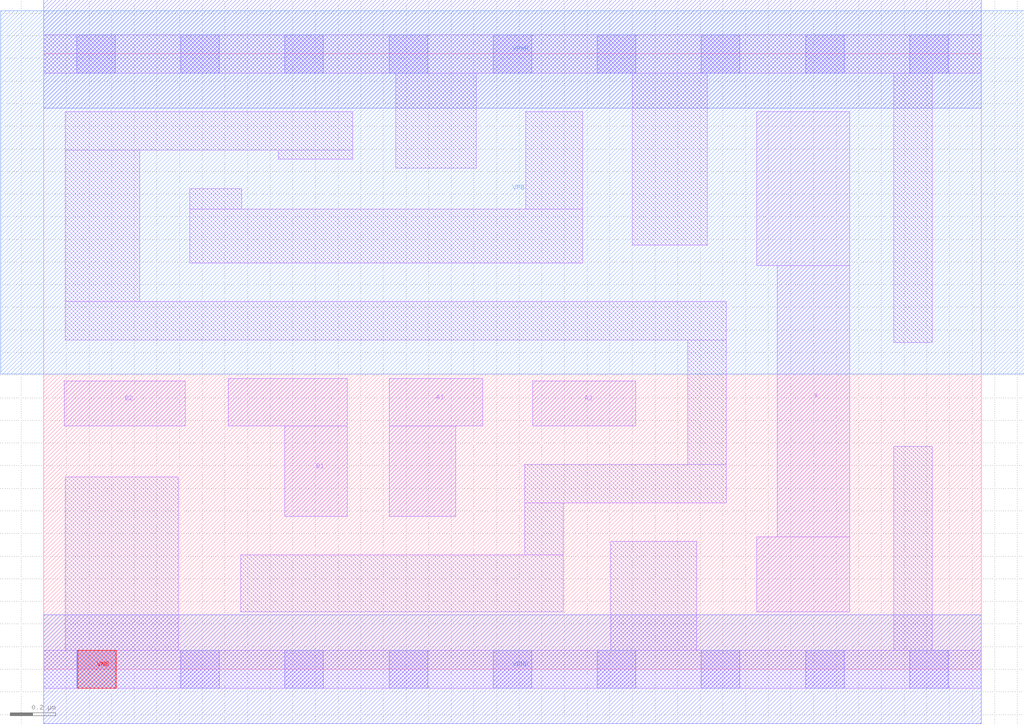
<source format=lef>
# Copyright 2020 The SkyWater PDK Authors
#
# Licensed under the Apache License, Version 2.0 (the "License");
# you may not use this file except in compliance with the License.
# You may obtain a copy of the License at
#
#     https://www.apache.org/licenses/LICENSE-2.0
#
# Unless required by applicable law or agreed to in writing, software
# distributed under the License is distributed on an "AS IS" BASIS,
# WITHOUT WARRANTIES OR CONDITIONS OF ANY KIND, either express or implied.
# See the License for the specific language governing permissions and
# limitations under the License.
#
# SPDX-License-Identifier: Apache-2.0

VERSION 5.7 ;
  NOWIREEXTENSIONATPIN ON ;
  DIVIDERCHAR "/" ;
  BUSBITCHARS "[]" ;
PROPERTYDEFINITIONS
  MACRO maskLayoutSubType STRING ;
  MACRO prCellType STRING ;
  MACRO originalViewName STRING ;
END PROPERTYDEFINITIONS
MACRO sky130_fd_sc_hdll__a22o_2
  CLASS CORE ;
  FOREIGN sky130_fd_sc_hdll__a22o_2 ;
  ORIGIN  0.000000  0.000000 ;
  SIZE  4.140000 BY  2.720000 ;
  SYMMETRY X Y R90 ;
  SITE unithd ;
  PIN A1
    ANTENNAGATEAREA  0.277500 ;
    DIRECTION INPUT ;
    USE SIGNAL ;
    PORT
      LAYER li1 ;
        RECT 1.525000 0.675000 1.820000 1.075000 ;
        RECT 1.525000 1.075000 1.940000 1.285000 ;
    END
  END A1
  PIN A2
    ANTENNAGATEAREA  0.277500 ;
    DIRECTION INPUT ;
    USE SIGNAL ;
    PORT
      LAYER li1 ;
        RECT 2.160000 1.075000 2.615000 1.275000 ;
    END
  END A2
  PIN B1
    ANTENNAGATEAREA  0.277500 ;
    DIRECTION INPUT ;
    USE SIGNAL ;
    PORT
      LAYER li1 ;
        RECT 0.815000 1.075000 1.340000 1.285000 ;
        RECT 1.065000 0.675000 1.340000 1.075000 ;
    END
  END B1
  PIN B2
    ANTENNAGATEAREA  0.277500 ;
    DIRECTION INPUT ;
    USE SIGNAL ;
    PORT
      LAYER li1 ;
        RECT 0.090000 1.075000 0.625000 1.275000 ;
    END
  END B2
  PIN VGND
    ANTENNADIFFAREA  0.695500 ;
    DIRECTION INOUT ;
    USE SIGNAL ;
    PORT
      LAYER met1 ;
        RECT 0.000000 -0.240000 4.140000 0.240000 ;
    END
  END VGND
  PIN VNB
    PORT
      LAYER pwell ;
        RECT 0.150000 -0.085000 0.320000 0.085000 ;
    END
  END VNB
  PIN VPB
    PORT
      LAYER nwell ;
        RECT -0.190000 1.305000 4.330000 2.910000 ;
    END
  END VPB
  PIN VPWR
    ANTENNADIFFAREA  1.010000 ;
    DIRECTION INOUT ;
    USE SIGNAL ;
    PORT
      LAYER met1 ;
        RECT 0.000000 2.480000 4.140000 2.960000 ;
    END
  END VPWR
  PIN X
    ANTENNADIFFAREA  0.498000 ;
    DIRECTION OUTPUT ;
    USE SIGNAL ;
    PORT
      LAYER li1 ;
        RECT 3.150000 0.255000 3.560000 0.585000 ;
        RECT 3.150000 1.785000 3.560000 2.465000 ;
        RECT 3.240000 0.585000 3.560000 1.785000 ;
    END
  END X
  OBS
    LAYER li1 ;
      RECT 0.000000 -0.085000 4.140000 0.085000 ;
      RECT 0.000000  2.635000 4.140000 2.805000 ;
      RECT 0.095000  0.085000 0.595000 0.850000 ;
      RECT 0.095000  1.455000 3.015000 1.625000 ;
      RECT 0.095000  1.625000 0.425000 2.295000 ;
      RECT 0.095000  2.295000 1.365000 2.465000 ;
      RECT 0.645000  1.795000 2.380000 2.035000 ;
      RECT 0.645000  2.035000 0.875000 2.125000 ;
      RECT 0.870000  0.255000 2.295000 0.505000 ;
      RECT 1.035000  2.255000 1.365000 2.295000 ;
      RECT 1.555000  2.215000 1.910000 2.635000 ;
      RECT 2.125000  0.505000 2.295000 0.735000 ;
      RECT 2.125000  0.735000 3.015000 0.905000 ;
      RECT 2.130000  2.035000 2.380000 2.465000 ;
      RECT 2.505000  0.085000 2.885000 0.565000 ;
      RECT 2.600000  1.875000 2.930000 2.635000 ;
      RECT 2.845000  0.905000 3.015000 1.455000 ;
      RECT 3.755000  0.085000 3.925000 0.985000 ;
      RECT 3.755000  1.445000 3.925000 2.635000 ;
    LAYER mcon ;
      RECT 0.145000 -0.085000 0.315000 0.085000 ;
      RECT 0.145000  2.635000 0.315000 2.805000 ;
      RECT 0.605000 -0.085000 0.775000 0.085000 ;
      RECT 0.605000  2.635000 0.775000 2.805000 ;
      RECT 1.065000 -0.085000 1.235000 0.085000 ;
      RECT 1.065000  2.635000 1.235000 2.805000 ;
      RECT 1.525000 -0.085000 1.695000 0.085000 ;
      RECT 1.525000  2.635000 1.695000 2.805000 ;
      RECT 1.985000 -0.085000 2.155000 0.085000 ;
      RECT 1.985000  2.635000 2.155000 2.805000 ;
      RECT 2.445000 -0.085000 2.615000 0.085000 ;
      RECT 2.445000  2.635000 2.615000 2.805000 ;
      RECT 2.905000 -0.085000 3.075000 0.085000 ;
      RECT 2.905000  2.635000 3.075000 2.805000 ;
      RECT 3.365000 -0.085000 3.535000 0.085000 ;
      RECT 3.365000  2.635000 3.535000 2.805000 ;
      RECT 3.825000 -0.085000 3.995000 0.085000 ;
      RECT 3.825000  2.635000 3.995000 2.805000 ;
  END
  PROPERTY maskLayoutSubType "abstract" ;
  PROPERTY prCellType "standard" ;
  PROPERTY originalViewName "layout" ;
END sky130_fd_sc_hdll__a22o_2
END LIBRARY

</source>
